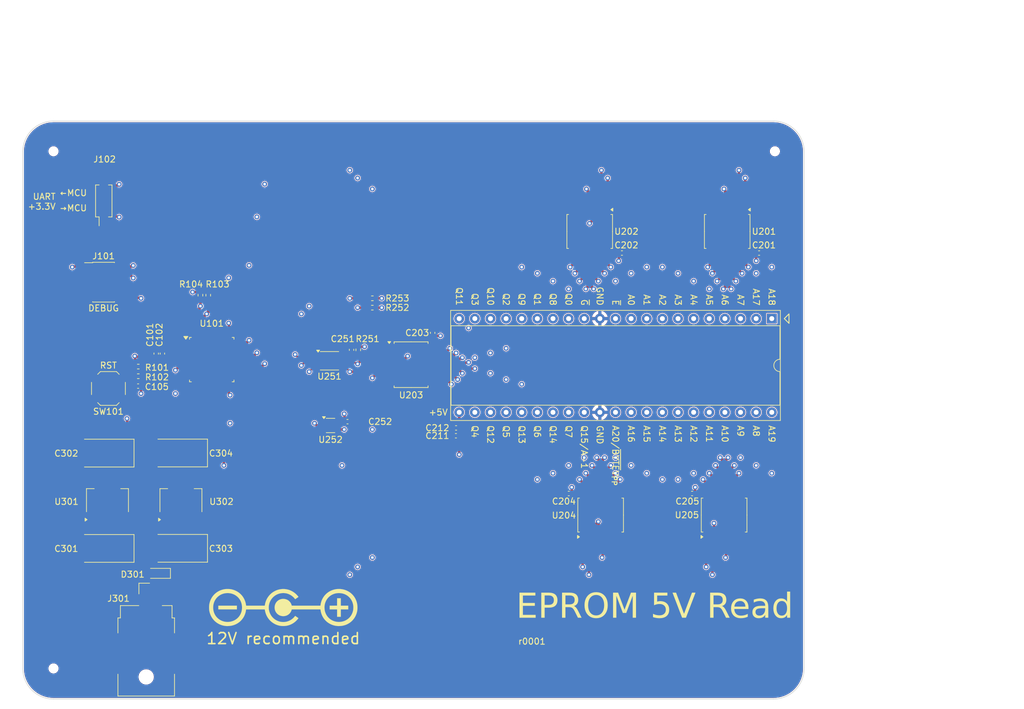
<source format=kicad_pcb>
(kicad_pcb (version 20240108) (generator "pcbnew") (generator_version "8.0")
  (layers (0 "F.Cu" power "F.Cu.Gnd") (1 "In1.Cu" mixed "In1.Cu.SigPwr") (2 "In2.Cu" mixed "In2.Cu.SigPwr") (31 "B.Cu" power "B.Cu.Gnd") (34 "B.Paste" user) (35 "F.Paste" user) (36 "B.SilkS" user "B.Silkscreen") (37 "F.SilkS" user "F.Silkscreen") (38 "B.Mask" user) (39 "F.Mask" user) (44 "Edge.Cuts" user))
  (net 0 "")
  (net 1 "/MCU/MCU Debug/~{RST}")
  (net 2 "/EPROM/+5V")
  (net 3 "/EPROM/+3.3V")
  (net 4 "/MCU/VDD")
  (net 5 "/EPROM/Q4")
  (net 6 "/MCU/UART_MCUTX")
  (net 7 "/MCU/UART_MCURX")
  (net 8 "/MCU/SWDIO")
  (net 9 "/MCU/SWCLK")
  (net 10 "/EPROM/GND")
  (net 11 "Net-(D301-K)")
  (net 12 "Net-(U301-VO)")
  (net 13 "Net-(U302-VO)")
  (net 14 "Net-(D301-A)")
  (net 19 "Net-(R102-Pad2)")
  (net 20 "/EPROM/Q3")
  (net 21 "/EPROM/Q15_A-1")
  (net 22 "/EPROM/A20_~{BYTE}V_{PP}")
  (net 23 "/EPROM/Q11")
  (net 24 "/EPROM/Q0")
  (net 25 "/EPROM/A4")
  (net 26 "/EPROM/Q14")
  (net 27 "/EPROM/Q7")
  (net 28 "/EPROM/A9")
  (net 29 "/EPROM/A19")
  (net 30 "/EPROM/A15")
  (net 31 "/EPROM/A16")
  (net 32 "/EPROM/Q13")
  (net 33 "/EPROM/A5")
  (net 34 "/EPROM/A0")
  (net 35 "/EPROM/A18")
  (net 36 "/EPROM/A14")
  (net 37 "/EPROM/A8")
  (net 38 "/EPROM/Q6")
  (net 39 "/EPROM/Q9")
  (net 40 "/EPROM/Q8")
  (net 41 "/EPROM/Q2")
  (net 42 "/EPROM/A1")
  (net 43 "/EPROM/Q10")
  (net 44 "/EPROM/Q1")
  (net 45 "/EPROM/Q5")
  (net 46 "/EPROM/A17")
  (net 47 "/EPROM/A6")
  (net 48 "/EPROM/A2")
  (net 49 "/EPROM/A3")
  (net 50 "/EPROM/A12")
  (net 51 "/EPROM/A13")
  (net 52 "/EPROM/~{G}")
  (net 53 "/EPROM/A11")
  (net 54 "/EPROM/A10")
  (net 55 "/EPROM/Q12")
  (net 56 "/EPROM/~{E}")
  (net 57 "/EPROM/A7")
  (net 58 "/EPROM/SDA_3.3V")
  (net 59 "/EPROM/SCL_3.3V")
  (net 60 "/EPROM/SCL")
  (net 61 "/EPROM/SDA")
  (net 105 "Net-(U251-EN)")
  (net 106 "/EPROM/~{RESET}")
  (net 108 "/EPROM/~{RESET}_3.3V")
  (footprint "NetTie:NetTie-2_SMD_Pad0.5mm" (layer "F.Cu") (at 75.68 99.078)
    (property "Reference" "NT302" (hide yes))
    (property "Value" "NetTie_2" (hide yes))
  )
  (footprint "Capacitor_Tantalum_SMD:CP_EIA-7343-31_Kemet-D" (layer "F.Cu") (at 58.207 99.088 180)
    (property "Reference" "C302")
    (property "Value" "47µF" (hide yes))
  )
  (footprint "Capacitor_SMD:C_0402_1005Metric" (layer "F.Cu") (at 133.272466 105.664)
    (property "Reference" "C204")
    (property "Value" "100nF" (hide yes))
  )
  (footprint "Connector_PinHeader_2.54mm:PinHeader_2x01_P2.54mm_Vertical_SMD" (layer "F.Cu") (at 57.705 58.083 90)
    (property "Reference" "J102")
    (property "Value" "UART")
  )
  (footprint "Package_TO_SOT_SMD:SOT-223-3_TabPin2" (layer "F.Cu") (at 58.298 106.782 90)
    (property "Reference" "U301")
    (property "Value" "NCP1117ST33T3G" (hide yes))
  )
  (footprint "Diode_SMD:D_MicroSMP_AK" (layer "F.Cu") (at 66.391 118.646 180)
    (property "Reference" "D301")
    (property "Value" "MSS1P3L-M3/89A" (hide yes))
  )
  (footprint "Capacitor_SMD:C_0402_1005Metric" (layer "F.Cu") (at 141.908466 66.548 180)
    (property "Reference" "C202")
    (property "Value" "100nF" (hide yes))
  )
  (footprint "NetTie:NetTie-2_SMD_Pad0.5mm" (layer "F.Cu") (at 61.51 95.516 90)
    (property "Reference" "NT301" (hide yes))
    (property "Value" "NetTie_2" (hide yes))
  )
  (footprint "Capacitor_SMD:C_0402_1005Metric" (layer "F.Cu") (at 97.31 93.98 180)
    (property "Reference" "C252")
    (property "Value" "100nF" (hide yes))
  )
  (footprint "Capacitor_SMD:C_0402_1005Metric" (layer "F.Cu") (at 153.310466 105.664)
    (property "Reference" "C205")
    (property "Value" "100nF" (hide yes))
  )
  (footprint "Capacitor_SMD:C_0402_1005Metric" (layer "F.Cu") (at 111.146466 79.53 -90)
    (property "Reference" "C203")
    (property "Value" "100nF" (hide yes))
  )
  (footprint "Package_DIP:DIP-42_W15.24mm_Socket" (layer "F.Cu") (at 166.264466 77.216 -90)
    (property "Reference" "J201" (hide yes))
    (property "Value" "Conn_02x21_Counter_Clockwise" (hide yes))
  )
  (footprint "Package_SO:SSOP-8_2.95x2.8mm_P0.65mm" (layer "F.Cu") (at 94.382466 84.074)
    (property "Reference" "U251")
    (property "Value" "PCA9306DCTR" (hide yes))
  )
  (footprint "Package_SO:SSOP-20_5.3x7.2mm_P0.65mm" (layer "F.Cu") (at 138.447466 109.164 90)
    (property "Reference" "U204")
    (property "Value" "MCP23008-E/SS")
  )
  (footprint "Package_SO:SSOP-20_5.3x7.2mm_P0.65mm" (layer "F.Cu") (at 136.669466 63.048 -90)
    (property "Reference" "U202")
    (property "Value" "MCP23008-E/SS")
  )
  (footprint "JLCPCB:JLCPCB_Mounting_Hole" (layer "F.Cu") (at 49.53 50.004)
    (property "Reference" "REF1" (hide yes))
    (property "Value" "JLCPCB_Mounting_Hole")
  )
  (footprint "Button_Switch_SMD:SW_Push_1P1T_XKB_TS-1187A" (layer "F.Cu") (at 58.455 88.579 180)
    (property "Reference" "SW101")
    (property "Value" "RST")
  )
  (footprint "Capacitor_SMD:C_0402_1005Metric" (layer "F.Cu") (at 63.281 88.197)
    (property "Reference" "C105")
    (property "Value" "100nF" (hide yes))
  )
  (footprint "Resistor_SMD:R_0402_1005Metric" (layer "F.Cu") (at 74.676 73.408 -90)
    (property "Reference" "R103")
    (property "Value" "10kΩ" (hide yes))
  )
  (footprint "Capacitor_Tantalum_SMD:CP_EIA-7343-31_Kemet-D" (layer "F.Cu") (at 58.207 114.59 180)
    (property "Reference" "C301")
    (property "Value" "47µF" (hide yes))
  )
  (footprint "Capacitor_SMD:C_0402_1005Metric" (layer "F.Cu") (at 114.956466 94.996)
    (property "Reference" "C212")
    (property "Value" "100nF" (hide yes))
  )
  (footprint "Capacitor_SMD:C_0402_1005Metric" (layer "F.Cu") (at 164.204466 66.548 180)
    (property "Reference" "C201")
    (property "Value" "100nF" (hide yes))
  )
  (footprint "Capacitor_SMD:C_0402_1005Metric" (layer "F.Cu") (at 67.231249 82.9065 90)
    (property "Reference" "C102")
    (property "Value" "100nF" (hide yes))
  )
  (footprint "JLCPCB:JLCPCB_Mounting_Hole" (layer "F.Cu") (at 49.53 134.112)
    (property "Reference" "REF3" (hide yes))
    (property "Value" "JLCPCB_Mounting_Hole")
  )
  (footprint "Capacitor_SMD:C_0402_1005Metric" (layer "F.Cu") (at 66.215249 82.9065 90)
    (property "Reference" "C101")
    (property "Value" "4.7µF" (hide yes))
  )
  (footprint "Capacitor_Tantalum_SMD:CP_EIA-7343-31_Kemet-D" (layer "F.Cu") (at 70.145 99.072 180)
    (property "Reference" "C304")
    (property "Value" "47µF" (hide yes))
  )
  (footprint "JLCPCB:JLCPCB_Mounting_Hole" (layer "F.Cu") (at 166.772466 50.004)
    (property "Reference" "REF2" (hide yes))
    (property "Value" "JLCPCB_Mounting_Hole")
  )
  (footprint "Symbol:Polarity_Center_Positive_6mm_SilkScreen" (layer "F.Cu") (at 86.868 124.206)
    (property "Reference" "REF4" (hide yes))
    (property "Value" "Polarity_Center_Positive_6mm_SilkScreen" (hide yes))
  )
  (footprint "Capacitor_SMD:C_0402_1005Metric" (layer "F.Cu") (at 114.928466 96.266)
    (property "Reference" "C211")
    (property "Value" "4.7µF" (hide yes))
  )
  (footprint "Resistor_SMD:R_0402_1005Metric" (layer "F.Cu") (at 99.06 82.296 -90)
    (property "Reference" "R251")
    (property "Value" "200kΩ" (hide yes))
  )
  (footprint "Package_SO:SSOP-20_5.3x7.2mm_P0.65mm" (layer "F.Cu") (at 107.646466 84.713)
    (property "Reference" "U203")
    (property "Value" "MCP23008-E/SS" (hide yes))
  )
  (footprint "Connector_PinHeader_1.27mm:PinHeader_2x05_P1.27mm_Vertical_SMD" (layer "F.Cu") (at 57.665 71.289)
    (property "Reference" "J101")
    (property "Value" "DEBUG")
  )
  (footprint "Package_SO:SSOP-20_5.3x7.2mm_P0.65mm" (layer "F.Cu") (at 159.021466 63.048 -90)
    (property "Reference" "U201")
    (property "Value" "MCP23008-E/SS")
  )
  (footprint "Package_TO_SOT_SMD:SOT-223-3_TabPin2" (layer "F.Cu") (at 70.236 106.782 90)
    (property "Reference" "U302")
    (property "Value" "NCP1117ST50T3G" (hide yes))
  )
  (footprint "Package_QFP:LQFP-32_7x7mm_P0.8mm" (layer "F.Cu") (at 75.2485 83.89)
    (property "Reference" "U101")
    (property "Value" "STM32G0B0CETx" (hide yes))
  )
  (footprint "Resistor_SMD:R_0402_1005Metric" (layer "F.Cu") (at 101.344 75.438 180)
    (property "Reference" "R252")
    (property "Value" "10kΩ" (hide yes))
  )
  (footprint "Capacitor_Tantalum_SMD:CP_EIA-7343-31_Kemet-D" (layer "F.Cu") (at 70.145 114.574 180)
    (property "Reference" "C303")
    (property "Value" "47µF" (hide yes))
  )
  (footprint "Connector_BarrelJack:BarrelJack_CUI_PJ-036AH-SMT_Horizontal" (layer "F.Cu") (at 64.596 128.492)
    (property "Reference" "J301")
    (property "Value" "Barrel_Jack")
  )
  (footprint "Resistor_SMD:R_0402_1005Metric" (layer "F.Cu") (at 73.406 73.404 -90)
    (property "Reference" "R104")
    (property "Value" "10kΩ" (hide yes))
  )
  (footprint "Package_SO:SSOP-20_5.3x7.2mm_P0.65mm" (layer "F.Cu") (at 158.513466 109.164 90)
    (property "Reference" "U205")
    (property "Value" "MCP23008-E/SS")
  )
  (footprint "Resistor_SMD:R_0402_1005Metric" (layer "F.Cu") (at 101.348 73.914 180)
    (property "Reference" "R253")
    (property "Value" "10kΩ" (hide yes))
  )
  (footprint "NetTie:NetTie-2_SMD_Pad0.5mm" (layer "F.Cu") (at 64.691249 83.4145)
    (property "Reference" "NT101" (hide yes))
    (property "Value" "NetTie_2" (hide yes))
  )
  (footprint "Package_TO_SOT_SMD:SOT-353_SC-70-5" (layer "F.Cu") (at 94.554 94.6)
    (property "Reference" "U252")
    (property "Value" "SN74LV1T34DCK" (hide yes))
  )
  (footprint "Capacitor_SMD:C_0402_1005Metric" (layer "F.Cu") (at 97.966466 82.296 -90)
    (property "Reference" "C251")
    (property "Value" "100nF" (hide yes))
  )
  (footprint "Resistor_SMD:R_0402_1005Metric" (layer "F.Cu") (at 63.307 85.021 180)
    (property "Reference" "R101")
    (property "Value" "2.2kΩ" (hide yes))
  )
  (footprint "Resistor_SMD:R_0402_1005Metric" (layer "F.Cu") (at 63.307 86.587 180)
    (property "Reference" "R102")
    (property "Value" "330Ω" (hide yes))
  )
  (gr_poly (pts (xy 168.296466 77.216) (xy 169.058466 76.454) (xy 169.058466 77.978)) (stroke (width 0.15)) (fill none) (layer "F.SilkS"))
  (gr_line (start 49.532 139.092) (end 166.531996 139.092) (stroke (width 0.1)) (layer "Edge.Cuts"))
  (gr_line (start 166.531996 45.092) (end 49.532 45.092) (stroke (width 0.1)) (layer "Edge.Cuts"))
  (gr_line (start 44.532 50.092) (end 44.532 134.092) (stroke (width 0.1)) (layer "Edge.Cuts"))
  (gr_arc (start 49.532 139.092) (mid 45.996466 137.627534) (end 44.532 134.092) (stroke (width 0.1)) (layer "Edge.Cuts"))
  (gr_arc (start 171.531996 134.092) (mid 170.06753 137.627534) (end 166.531996 139.092) (stroke (width 0.1)) (layer "Edge.Cuts"))
  (gr_line (start 171.531996 134.092) (end 171.531996 50.092) (stroke (width 0.1)) (layer "Edge.Cuts"))
  (gr_arc (start 166.531996 45.092) (mid 170.067532 46.556465) (end 171.531996 50.092) (stroke (width 0.1)) (layer "Edge.Cuts"))
  (gr_arc (start 44.532 50.092) (mid 45.996466 46.556466) (end 49.532 45.092) (stroke (width 0.1)) (layer "Edge.Cuts"))
  (gr_text "A3" (at 151.024466 75.184 270) (layer "F.SilkS") (effects (font (size 1 1)) (justify right)))
  (gr_text "12V recommended" (at 86.868 130.302 0) (layer "F.SilkS") (effects (font (size 1.8 1.8) (thickness 0.25)) (justify bottom)))
  (gr_text "Q6" (at 128.164466 94.488 270) (layer "F.SilkS") (effects (font (size 1 1)) (justify left)))
  (gr_text "Q0" (at 133.244466 75.184 270) (layer "F.SilkS") (effects (font (size 1 1)) (justify right)))
  (gr_text "A8" (at 163.724466 94.488 270) (layer "F.SilkS") (effects (font (size 1 1)) (justify left)))
  (gr_text "A9" (at 161.184466 94.488 270) (layer "F.SilkS") (effects (font (size 1 1)) (justify left)))
  (gr_text "Q12" (at 120.544466 94.488 270) (layer "F.SilkS") (effects (font (size 1 1)) (justify left)))
  (gr_text "A10" (at 158.644466 94.488 270) (layer "F.SilkS") (effects (font (size 1 1)) (justify left)))
  (gr_text "A2" (at 148.484466 75.184 270) (layer "F.SilkS") (effects (font (size 1 1)) (justify right)))
  (gr_text "Q5" (at 123.084466 94.488 270) (layer "F.SilkS") (effects (font (size 1 1)) (justify left)))
  (gr_text "Q7" (at 133.244466 94.488 270) (layer "F.SilkS") (effects (font (size 1 1)) (justify left)))
  (gr_text "GND" (at 138.324466 94.488 270) (layer "F.SilkS") (effects (font (size 1 1)) (justify left)))
  (gr_text "A0" (at 143.404466 75.184 270) (layer "F.SilkS") (effects (font (size 1 1)) (justify right)))
  (gr_text "Q2" (at 123.084466 75.184 270) (layer "F.SilkS") (effects (font (size 1 1)) (justify right)))
  (gr_text "A16" (at 143.404466 94.488 270) (layer "F.SilkS") (effects (font (size 1 1)) (justify left)))
  (gr_text "Q13" (at 125.624466 94.488 270) (layer "F.SilkS") (effects (font (size 1 1)) (justify left)))
  (gr_text "A7" (at 161.184466 75.184 270) (layer "F.SilkS") (effects (font (size 1 1)) (justify right)))
  (gr_text "Q3" (at 118.004466 75.184 270) (layer "F.SilkS") (effects (font (size 1 1)) (justify right)))
  (gr_text "Q10" (at 120.544466 75.184 270) (layer "F.SilkS") (effects (font (size 1 1)) (justify right)))
  (gr_text "Q4" (at 118.004466 94.488 270) (layer "F.SilkS") (effects (font (size 1 1)) (justify left)))
  (gr_text "A11" (at 156.104466 94.488 270) (layer "F.SilkS") (effects (font (size 1 1)) (justify left)))
  (gr_text "A6" (at 158.644466 75.184 270) (layer "F.SilkS") (effects (font (size 1 1)) (justify right)))
  (gr_text "A15" (at 145.944466 94.488 270) (layer "F.SilkS") (effects (font (size 1 1)) (justify left)))
  (gr_text "A18" (at 166.264466 75.184 -90) (layer "F.SilkS") (effects (font (size 1 1)) (justify right)))
  (gr_text "Q9" (at 125.624466 75.184 270) (layer "F.SilkS") (effects (font (size 1 1)) (justify right)))
  (gr_text "+5V" (at 113.686466 92.456 0) (layer "F.SilkS") (effects (font (size 1 1)) (justify right)))
  (gr_text "A19" (at 166.264466 94.488 270) (layer "F.SilkS") (effects (font (size 1 1)) (justify left)))
  (gr_text "←MCU" (at 55.038 57.362 0) (layer "F.SilkS") (effects (font (size 1 1)) (justify right bottom)))
  (gr_text "Q8" (at 130.704466 75.184 270) (layer "F.SilkS") (effects (font (size 1 1)) (justify right)))
  (gr_text "A14" (at 148.484466 94.488 270) (layer "F.SilkS") (effects (font (size 1 1)) (justify left)))
  (gr_text "A5" (at 156.104466 75.184 270) (layer "F.SilkS") (effects (font (size 1 1)) (justify right)))
  (gr_text "Q11" (at 115.464466 75.184 270) (layer "F.SilkS") (effects (font (size 1 1)) (justify right)))
  (gr_text "~{E}" (at 140.864466 75.184 270) (layer "F.SilkS") (effects (font (size 1 1)) (justify right)))
  (gr_text "Q15/A-1" (at 135.784466 94.488 270) (layer "F.SilkS") (effects (font (size 1 1)) (justify left)))
  (gr_text "A17" (at 163.724466 75.184 270) (layer "F.SilkS") (effects (font (size 1 1)) (justify right)))
  (gr_text "Q1" (at 128.164466 75.184 270) (layer "F.SilkS") (effects (font (size 1 1)) (justify right)))
  (gr_text "GND" (at 138.324466 75.184 270) (layer "F.SilkS") (effects (font (size 1 1)) (justify right)))
  (gr_text "Q14" (at 130.704466 94.488 270) (layer "F.SilkS") (effects (font (size 1 1)) (justify left)))
  (gr_text "UART\n+3.3V" (at 49.958 59.568 0) (layer "F.SilkS") (effects (font (size 1 1)) (justify right bottom)))
  (gr_text "A4" (at 153.564466 75.184 270) (layer "F.SilkS") (effects (font (size 1 1)) (justify right)))
  (gr_text "A20/~{BYTE}V_{PP}" (at 140.864466 94.488 270) (layer "F.SilkS") (effects (font (size 1 1)) (justify left)))
  (gr_text "A1" (at 145.944466 75.184 270) (layer "F.SilkS") (effects (font (size 1 1)) (justify right)))
  (gr_text "A12" (at 153.564466 94.488 270) (layer "F.SilkS") (effects (font (size 1 1)) (justify left)))
  (gr_text "→MCU" (at 55.038 59.822 0) (layer "F.SilkS") (effects (font (size 1 1)) (justify right bottom)))
  (gr_text "A13" (at 151.024466 94.488 270) (layer "F.SilkS") (effects (font (size 1 1)) (justify left)))
  (gr_text "EPROM 5V Read" (at 124.714 124.206 0) (layer "F.SilkS") (effects (font (size 4 4)) (justify left)))
  (gr_text "r0001" (at 124.968 130.302 0) (layer "F.SilkS") (effects (font (size 1 1)) (justify left bottom)))
  (gr_text "~{G}" (at 135.784466 75.184 270) (layer "F.SilkS") (effects (font (size 1 1)) (justify right)))
  (segment (start 69.85 85.09) (end 69.342 85.598) (width 0.4) (layer "F.Cu") (net 1))
  (segment (start 63.761 88.197) (end 63.761 85.077) (width 0.4) (layer "F.Cu") (net 1))
  (segment (start 63.669 73.829) (end 59.615 73.829) (width 0.4) (layer "F.Cu") (net 1))
  (segment (start 71.0735 85.09) (end 69.85 85.09) (width 0.4) (layer "F.Cu") (net 1))
  (segment (start 63.754 73.914) (end 63.669 73.829) (width 0.4) (layer "F.Cu") (net 1))
  (segment (start 63.761 88.197) (end 63.761 89.401) (width 0.4) (layer "F.Cu") (net 1))
  (segment (start 63.761 89.401) (end 63.754 89.408) (width 0.4) (layer "F.Cu") (net 1))
  (via (at 69.342 85.598) (size 0.8) (drill 0.4) (layers "F.Cu" "B.Cu") (net 1))
  (via (at 63.754 73.914) (size 0.8) (drill 0.4) (layers "F.Cu" "B.Cu") (net 1))
  (via (at 69.342 89.408) (size 0.8) (drill 0.4) (layers "F.Cu" "B.Cu") (net 1))
  (via (at 63.754 89.408) (size 0.8) (drill 0.4) (layers "F.Cu" "B.Cu") (net 1))
  (segment (start 163.724466 66.548) (end 163.724466 67.818) (width 0.4) (layer "F.Cu") (net 2))
  (segment (start 137.472466 112.664) (end 137.472466 110.834) (width 0.4) (layer "F.Cu") (net 2))
  (segment (start 111.146466 80.01) (end 112.416466 80.01) (width 0.4) (layer "F.Cu") (net 2))
  (segment (start 156.888466 112.664) (end 156.888466 110.512) (width 0.4) (layer "F.Cu") (net 2))
  (segment (start 99.06 81.786) (end 100.074 81.786) (width 0.4) (layer "F.Cu") (net 2))
  (segment (start 138.122466 112.664) (end 138.122466 110.288) (width 0.4) (layer "F.Cu") (net 2))
  (segment (start 153.790466 104.676) (end 153.818466 104.648) (width 0.4) (layer "F.Cu") (net 2))
  (segment (start 138.122466 110.288) (end 138.070466 110.236) (width 0.4) (layer "F.Cu") (net 2))
  (segment (start 156.963466 110.587) (end 156.866466 110.49) (width 0.4) (layer "F.Cu") (net 2))
  (segment (start 106.656466 83.738) (end 107.082466 83.312) (width 0.4) (layer "F.Cu") (net 2))
  (segment (start 95.504 93.95) (end 96.8 93.95) (width 0.4) (layer "F.Cu") (net 2))
  (segment (start 101.858 73.914) (end 102.87 73.914) (width 0.4) (layer "F.Cu") (net 2))
  (segment (start 133.752466 105.664) (end 133.752466 104.648) (width 0.4) (layer "F.Cu") (net 2))
  (segment (start 161.946466 66.548) (end 163.724466 66.548) (width 0.4) (layer "F.Cu") (net 2))
  (segment (start 76.19 99.072) (end 76.196 99.078) (width 0.4) (layer "F.Cu") (net 2))
  (segment (start 133.752466 105.664) (end 135.522466 105.664) (width 0.4) (layer "F.Cu") (net 2))
  (segment (start 141.428466 66.548) (end 141.428466 67.762) (width 0.4) (layer "F.Cu") (net 2))
  (segment (start 139.594466 66.548) (end 141.428466 66.548) (width 0.4) (layer "F.Cu") (net 2))
  (segment (start 101.854 75.438) (end 102.87 75.438) (width 0.4) (layer "F.Cu") (net 2))
  (segment (start 76.18 99.078) (end 77.216 100.114) (width 0.4) (layer "F.Cu") (net 2))
  (segment (start 153.790466 105.664) (end 153.790466 104.676) (width 0.4) (layer "F.Cu") (net 2))
  (segment (start 115.464466 92.456) (end 115.464466 99.326) (width 0.4) (layer "F.Cu") (net 2))
  (segment (start 156.888466 110.512) (end 156.866466 110.49) (width 0.4) (layer "F.Cu") (net 2))
  (segment (start 136.994466 61.379534) (end 136.652 61.722) (width 0.4) (layer "F.Cu") (net 2))
  (segment (start 100.074 81.786) (end 100.076 81.788) (width 0.4) (layer "F.Cu") (net 2))
  (segment (start 104.146466 83.738) (end 106.656466 83.738) (width 0.4) (layer "F.Cu") (net 2))
  (segment (start 111.146466 81.788) (end 111.146466 80.01) (width 0.4) (layer "F.Cu") (net 2))
  (segment (start 77.216 100.114) (end 77.216 101.092) (width 0.4) (layer "F.Cu") (net 2))
  (segment (start 136.994466 59.548) (end 136.994466 61.379534) (width 0.4) (layer "F.Cu") (net 2))
  (segment (start 155.588466 105.664) (end 153.790466 105.664) (width 0.4) (layer "F.Cu") (net 2))
  (segment (start 141.428466 67.762) (end 141.372466 67.818) (width 0.4) (layer "F.Cu") (net 2))
  (segment (start 96.83 93.98) (end 96.83 92.766) (width 0.4) (layer "F.Cu") (net 2))
  (segment (start 137.472466 110.834) (end 138.070466 110.236) (width 0.4) (layer "F.Cu") (net 2))
  (via (at 100.076 81.788) (size 0.8) (drill 0.4) (layers "F.Cu" "B.Cu") (net 2))
  (via (at 96.414466 101.092) (size 0.8) (drill 0.4) (layers "F.Cu" "B.Cu") (net 2))
  (via (at 141.372466 67.818) (size 0.8) (drill 0.4) (layers "F.Cu" "B.Cu") (net 2))
  (via (at 163.724466 67.818) (size 0.8) (drill 0.4) (layers "F.Cu" "B.Cu") (net 2))
  (via (at 115.464466 99.326) (size 0.8) (drill 0.4) (layers "F.Cu" "B.Cu") (net 2))
  (via (at 136.652 61.722) (size 0.8) (drill 0.4) (layers "F.Cu" "B.Cu") (net 2))
  (via (at 153.818466 104.648) (size 0.8) (drill 0.4) (layers "F.Cu" "B.Cu") (net 2))
  (via (at 138.070466 110.236) (size 0.8) (drill 0.4) (layers "F.Cu" "B.Cu") (net 2))
  (via (at 77.216 101.092) (size 0.8) (drill 0.4) (layers "F.Cu" "B.Cu") (net 2))
  (via (at 96.774 92.71) (size 0.8) (drill 0.4) (layers "F.Cu" "B.Cu") (net 2))
  (via (at 102.87 75.438) (size 0.8) (drill 0.4) (layers "F.Cu" "B.Cu") (net 2))
  (via (at 156.866466 110.49) (size 0.8) (drill 0.4) (layers "F.Cu" "B.Cu") (net 2))
  (via (at 133.752466 104.648) (size 0.8) (drill 0.4) (layers "F.Cu" "B.Cu") (net 2))
  (via (at 112.416466 80.01) (size 0.8) (drill 0.4) (layers "F.Cu" "B.Cu") (net 2))
  (via (at 107.082466 83.312) (size 0.8) (drill 0.4) (layers "F.Cu" "B.Cu") (net 2))
  (via (at 102.87 73.914) (size 0.8) (drill 0.4) (layers "F.Cu" "B.Cu") (net 2))
  (segment (start 64.191249 83.4145) (end 62.8405 83.4145) (width 0.4) (layer "F.Cu") (net 3))
  (segment (start 62.797 85.021) (end 62.797 83.371) (width 0.4) (layer "F.Cu") (net 3))
  (segment (start 61.51 95.016) (end 61.51 93.514) (width 0.4) (layer "F.Cu") (net 3))
  (segment (start 74.676 72.898) (end 72.136 72.898) (width 0.4) (layer "F.Cu") (net 3))
  (segment (start 52.663 68.749) (end 52.578 68.834) (width 0.4) (layer "F.Cu") (net 3))
  (segment (start 89.485466 83.749) (end 88.794466 83.058) (width 0.3) (layer "F.Cu") (net 3))
  (segment (start 62.797 83.371) (end 62.738 83.312) (width 0.4) (layer "F.Cu") (net 3))
  (segment (start 62.8405 83.4145) (end 62.738 83.312) (width 0.4) (layer "F.Cu") (net 3))
  (segment (start 61.51 93.514) (end 61.468 93.472) (width 0.4) (layer "F.Cu") (net 3))
  (segment (start 55.715 68.749) (end 52.663 68.749) (width 0.4) (layer "F.Cu") (net 3))
  (segment (start 92.682466 83.749) (end 89.485466 83.749) (width 0.3) (layer "F.Cu") (net 3))
  (via (at 52.578 68.834) (size 0.8) (drill 0.4) (layers "F.Cu" "B.Cu") (net 3))
  (via (at 62.738 83.312) (size 0.8) (drill 0.4) (layers "F.Cu" "B.Cu") (net 3))
  (via (at 88.794466 83.058) (size 0.8) (drill 0.4) (layers "F.Cu" "B.Cu") (net 3))
  (via (at 61.468 93.472) (size 0.8) (drill 0.4) (layers "F.Cu" "B.Cu") (net 3))
  (via (at 72.136 72.898) (size 0.8) (drill 0.4) (layers "F.Cu" "B.Cu") (net 3))
  (segment (start 71.0735 83.49) (end 67.334749 83.49) (width 0.4) (layer "F.Cu") (net 4))
  (segment (start 67.334749 83.49) (end 67.231249 83.3865) (width 0.4) (layer "F.Cu") (net 4))
  (segment (start 67.231249 83.3865) (end 65.219249 83.3865) (width 0.3) (layer "F.Cu") (net 4))
  (segment (start 116.976332 85.344) (end 118.004466 85.344) (width 0.4) (layer "F.Cu") (net 5))
  (segment (start 111.146466 85.038) (end 116.670332 85.038) (width 0.4) (layer "F.Cu") (net 5))
  (segment (start 116.670332 85.038) (end 116.976332 85.344) (width 0.4) (layer "F.Cu") (net 5))
  (via (at 118.004466 85.344) (size 0.8) (drill 0.4) (layers "F.Cu" "B.Cu") (net 5))
  (segment (start 83.312 85.09) (end 83.8485 84.5535) (width 0.4) (layer "F.Cu") (net 6))
  (segment (start 57.705 55.558) (end 60.012 55.558) (width 0.4) (layer "F.Cu") (net 6))
  (segment (start 79.4235 85.09) (end 83.312 85.09) (width 0.4) (layer "F.Cu") (net 6))
  (segment (start 60.012 55.558) (end 60.198 55.372) (width 0.4) (layer "F.Cu") (net 6))
  (via (at 83.8485 55.3435) (size 0.8) (drill 0.4) (layers "F.Cu" "B.Cu") (net 6))
  (via (at 60.198 55.372) (size 0.8) (drill 0.4) (layers "F.Cu" "B.Cu") (net 6))
  (via (at 83.8485 84.5535) (size 0.8) (drill 0.4) (layers "F.Cu" "B.Cu") (net 6))
  (segment (start 60.1 60.608) (end 60.198 60.706) (width 0.4) (layer "F.Cu") (net 7))
  (segment (start 57.705 60.608) (end 60.1 60.608) (width 0.4) (layer "F.Cu") (net 7))
  (segment (start 81.864 83.49) (end 82.5785 82.7755) (width 0.4) (layer "F.Cu") (net 7))
  (segment (start 79.4235 83.49) (end 81.864 83.49) (width 0.4) (layer "F.Cu") (net 7))
  (via (at 82.5785 82.7755) (size 0.8) (drill 0.4) (layers "F.Cu" "B.Cu") (net 7))
  (via (at 60.198 60.706) (size 0.8) (drill 0.4) (layers "F.Cu" "B.Cu") (net 7))
  (via (at 82.5785 60.6775) (size 0.8) (drill 0.4) (layers "F.Cu" "B.Cu") (net 7))
  (segment (start 59.615 68.749) (end 62.315 68.749) (width 0.4) (layer "F.Cu") (net 8))
  (segment (start 62.315 68.749) (end 62.484 68.58) (width 0.4) (layer "F.Cu") (net 8))
  (segment (start 79.4235 81.09) (end 80.962 81.09) (width 0.4) (layer "F.Cu") (net 8))
  (segment (start 80.962 81.09) (end 81.3085 80.7435) (width 0.4) (layer "F.Cu") (net 8))
  (via (at 62.484 68.58) (size 0.8) (drill 0.4) (layers "F.Cu" "B.Cu") (net 8))
  (via (at 81.3085 68.5515) (size 0.8) (drill 0.4) (layers "F.Cu" "B.Cu") (net 8))
  (via (at 81.3085 80.7435) (size 0.8) (drill 0.4) (layers "F.Cu" "B.Cu") (net 8))
  (segment (start 61.891 70.019) (end 62.484 70.612) (width 0.4) (layer "F.Cu") (net 9))
  (segment (start 78.0485 79.715) (end 78.0485 77.9915) (width 0.4) (layer "F.Cu") (net 9))
  (segment (start 78.0485 77.9915) (end 78.0065 77.9495) (width 0.4) (layer "F.Cu") (net 9))
  (segment (start 59.615 70.019) (end 61.891 70.019) (width 0.4) (layer "F.Cu") (net 9))
  (via (at 62.484 70.612) (size 0.8) (drill 0.4) (layers "F.Cu" "B.Cu") (net 9))
  (via (at 78.0065 70.5835) (size 0.8) (drill 0.4) (layers "F.Cu" "B.Cu") (net 9))
  (via (at 78.0065 77.9495) (size 0.8) (drill 0.4) (layers "F.Cu" "B.Cu") (net 9))
  (segment (start 73.2575 110.6535) (end 72.536 109.932) (width 0.4) (layer "F.Cu") (net 11))
  (segment (start 67.271 118.646) (end 69.1855 118.646) (width 0.4) (layer "F.Cu") (net 11))
  (segment (start 67.271 118.646) (end 63.215 114.59) (width 0.4) (layer "F.Cu") (net 11))
  (segment (start 69.1855 118.646) (end 73.2575 114.574) (width 0.4) (layer "F.Cu") (net 11))
  (segment (start 61.3195 114.59) (end 61.3195 110.6535) (width 0.4) (layer "F.Cu") (net 11))
  (segment (start 61.3195 110.6535) (end 60.598 109.932) (width 0.4) (layer "F.Cu") (net 11))
  (segment (start 63.215 114.59) (end 61.3195 114.59) (width 0.4) (layer "F.Cu") (net 11))
  (segment (start 73.2575 114.574) (end 73.2575 110.6535) (width 0.4) (layer "F.Cu") (net 11))
  (segment (start 61.3195 96.2065) (end 61.51 96.016) (width 0.4) (layer "F.Cu") (net 12))
  (segment (start 58.298 103.632) (end 58.298 102.1095) (width 0.4) (layer "F.Cu") (net 12))
  (segment (start 58.298 109.932) (end 58.298 103.632) (width 0.4) (layer "F.Cu") (net 12))
  (segment (start 61.3195 99.088) (end 61.3195 96.2065) (width 0.4) (layer "F.Cu") (net 12))
  (segment (start 58.298 102.1095) (end 61.3195 99.088) (width 0.4) (layer "F.Cu") (net 12))
  (segment (start 75.174 99.072) (end 75.18 99.078) (width 0.4) (layer "F.Cu") (net 13))
  (segment (start 73.2575 99.072) (end 75.174 99.072) (width 0.4) (layer "F.Cu") (net 13))
  (segment (start 70.236 102.0935) (end 73.2575 99.072) (width 0.4) (layer "F.Cu") (net 13))
  (segment (start 70.236 103.632) (end 70.236 102.0935) (width 0.4) (layer "F.Cu") (net 13))
  (segment (start 70.236 109.932) (end 70.236 103.632) (width 0.4) (layer "F.Cu") (net 13))
  (segment (start 65.296 122.692) (end 65.296 118.721) (width 0.4) (layer "F.Cu") (net 14))
  (segment (start 62.797 86.587) (end 55.572 86.587) (width 0.4) (layer "F.Cu") (net 19))
  (segment (start 115.800466 83.738) (end 115.972466 83.566) (width 0.4) (layer "F.Cu") (net 20))
  (segment (start 111.146466 83.738) (end 115.800466 83.738) (width 0.4) (layer "F.Cu") (net 20))
  (via (at 115.972466 83.566) (size 0.8) (drill 0.4) (layers "F.Cu" "B.Cu") (net 20))
  (via (at 118.004466 83.566) (size 0.8) (drill 0.4) (layers "F.Cu" "B.Cu") (net 20))
  (segment (start 138.122466 100.128) (end 137.816466 99.822) (width 0.4) (layer "F.Cu") (net 21))
  (segment (start 138.122466 105.664) (end 138.122466 100.128) (width 0.4) (layer "F.Cu") (net 21))
  (via (at 135.784466 99.822) (size 0.8) (drill 0.4) (layers "F.Cu" "B.Cu") (net 21))
  (via (at 137.816466 99.822) (size 0.8) (drill 0.4) (layers "F.Cu" "B.Cu") (net 21))
  (segment (start 138.797466 105.639) (end 138.797466 100.111) (width 0.4) (layer "F.Cu") (net 22))
  (segment (start 138.772466 105.664) (end 138.797466 105.639) (width 0.4) (layer "F.Cu") (net 22))
  (segment (start 138.797466 100.111) (end 139.086466 99.822) (width 0.4) (layer "F.Cu") (net 22))
  (via (at 140.864466 99.822) (size 0.8) (drill 0.4) (layers "F.Cu" "B.Cu") (net 22))
  (via (at 139.086466 99.822) (size 0.8) (drill 0.4) (layers "F.Cu" "B.Cu") (net 22))
  (segment (start 116.928466 84.388) (end 116.988466 84.328) (width 0.4) (layer "F.Cu") (net 23))
  (segment (start 111.146466 84.388) (end 116.928466 84.388) (width 0.4) (layer "F.Cu") (net 23))
  (via (at 116.988466 84.328) (size 0.8) (drill 0.4) (layers "F.Cu" "B.Cu") (net 23))
  (via (at 116.988466 78.74) (size 0.8) (drill 0.4) (layers "F.Cu" "B.Cu") (net 23))
  (segment (start 136.352466 66.548) (end 136.327466 66.573) (width 0.4) (layer "F.Cu") (net 24))
  (segment (start 136.327466 66.573) (end 136.327466 72.101) (width 0.4) (layer "F.Cu") (net 24))
  (segment (start 136.327466 72.101) (end 136.038466 72.39) (width 0.4) (layer "F.Cu") (net 24))
  (via (at 133.244466 72.39) (size 0.8) (drill 0.4) (layers "F.Cu" "B.Cu") (net 24))
  (via (at 136.038466 72.39) (size 0.8) (drill 0.4) (layers "F.Cu" "B.Cu") (net 24))
  (segment (start 158.054466 70.44) (end 157.374466 71.12) (width 0.4) (layer "F.Cu") (net 25))
  (segment (start 158.054466 66.548) (end 158.054466 70.44) (width 0.4) (layer "F.Cu") (net 25))
  (via (at 153.564466 71.12) (size 0.8) (drill 0.4) (layers "F.Cu" "B.Cu") (net 25))
  (via (at 157.374466 71.12) (size 0.8) (drill 0.4) (layers "F.Cu" "B.Cu") (net 25))
  (segment (start 136.822466 103.146) (end 136.038466 102.362) (width 0.4) (layer "F.Cu") (net 26))
  (segment (start 136.822466 105.664) (end 136.822466 103.146) (width 0.4) (layer "F.Cu") (net 26))
  (via (at 136.038466 102.362) (size 0.8) (drill 0.4) (layers "F.Cu" "B.Cu") (net 26))
  (via (at 130.704466 102.362) (size 0.8) (drill 0.4) (layers "F.Cu" "B.Cu") (net 26))
  (segment (start 137.472466 105.664) (end 137.472466 101.51) (width 0.4) (layer "F.Cu") (net 27))
  (segment (start 137.472466 101.51) (end 137.054466 101.092) (width 0.4) (layer "F.Cu") (net 27))
  (via (at 133.244466 101.092) (size 0.8) (drill 0.4) (layers "F.Cu" "B.Cu") (net 27))
  (via (at 137.054466 101.092) (size 0.8) (drill 0.4) (layers "F.Cu" "B.Cu") (net 27))
  (segment (start 158.863466 100.111) (end 159.152466 99.822) (width 0.4) (layer "F.Cu") (net 28))
  (segment (start 158.838466 105.664) (end 158.863466 105.639) (width 0.4) (layer "F.Cu") (net 28))
  (segment (start 158.863466 105.639) (end 158.863466 100.111) (width 0.4) (layer "F.Cu") (net 28))
  (via (at 161.184466 99.822) (size 0.8) (drill 0.4) (layers "F.Cu" "B.Cu") (net 28))
  (via (at 159.152466 99.822) (size 0.8) (drill 0.4) (layers "F.Cu" "B.Cu") (net 28))
  (segment (start 160.138466 105.664) (end 160.138466 103.154) (width 0.4) (layer "F.Cu") (net 29))
  (segment (start 160.138466 103.154) (end 160.930466 102.362) (width 0.4) (layer "F.Cu") (net 29))
  (via (at 166.264466 102.362) (size 0.8) (drill 0.4) (layers "F.Cu" "B.Cu") (net 29))
  (via (at 160.930466 102.362) (size 0.8) (drill 0.4) (layers "F.Cu" "B.Cu") (net 29))
  (segment (start 140.072466 103.154) (end 140.864466 102.362) (width 0.4) (layer "F.Cu") (net 30))
  (segment (start 140.072466 105.664) (end 140.072466 103.154) (width 0.4) (layer "F.Cu") (net 30))
  (via (at 140.864466 102.362) (size 0.8) (drill 0.4) (layers "F.Cu" "B.Cu") (net 30))
  (via (at 145.944466 102.362) (size 0.8) (drill 0.4) (layers "F.Cu" "B.Cu") (net 30))
  (segment (start 139.422466 105.664) (end 139.422466 101.772) (width 0.4) (layer "F.Cu") (net 31))
  (segment (start 139.422466 101.772) (end 140.102466 101.092) (width 0.4) (layer "F.Cu") (net 31))
  (via (at 140.102466 101.092) (size 0.8) (drill 0.4) (layers "F.Cu" "B.Cu") (net 31))
  (via (at 143.404466 101.092) (size 0.8) (drill 0.4) (layers "F.Cu" "B.Cu") (net 31))
  (segment (start 113.298466 86.988) (end 114.194466 87.884) (width 0.4) (layer "F.Cu") (net 32))
  (segment (start 111.146466 86.988) (end 113.298466 86.988) (width 0.4) (layer "F.Cu") (net 32))
  (via (at 125.624466 87.884) (size 0.8) (drill 0.4) (layers "F.Cu" "B.Cu") (net 32))
  (via (at 114.194466 87.884) (size 0.8) (drill 0.4) (layers "F.Cu" "B.Cu") (net 32))
  (segment (start 158.679466 72.101) (end 158.390466 72.39) (width 0.4) (layer "F.Cu") (net 33))
  (segment (start 158.679466 66.573) (end 158.679466 72.101) (width 0.4) (layer "F.Cu") (net 33))
  (segment (start 158.704466 66.548) (end 158.679466 66.573) (width 0.4) (layer "F.Cu") (net 33))
  (via (at 156.104466 72.39) (size 0.8) (drill 0.4) (layers "F.Cu" "B.Cu") (net 33))
  (via (at 158.390466 72.39) (size 0.8) (drill 0.4) (layers "F.Cu" "B.Cu") (net 33))
  (segment (start 138.302466 69.066) (end 139.086466 69.85) (width 0.4) (layer "F.Cu") (net 34))
  (segment (start 138.302466 66.548) (end 138.302466 69.066) (width 0.4) (layer "F.Cu") (net 34))
  (via (at 143.404466 69.85) (size 0.8) (drill 0.4) (layers "F.Cu" "B.Cu") (net 34))
  (via (at 139.086466 69.85) (size 0.8) (drill 0.4) (layers "F.Cu" "B.Cu") (net 34))
  (segment (start 161.304466 67.684) (end 162.454466 68.834) (width 0.4) (layer "F.Cu") (net 35))
  (segment (start 161.304466 66.548) (end 161.304466 67.684) (width 0.4) (layer "F.Cu") (net 35))
  (via (at 162.454466 68.834) (size 0.8) (drill 0.4) (layers "F.Cu" "B.Cu") (net 35))
  (via (at 166.264466 68.834) (size 0.8) (drill 0.4) (layers "F.Cu" "B.Cu") (net 35))
  (segment (start 140.722466 104.282) (end 141.626466 103.378) (width 0.4) (layer "F.Cu") (net 36))
  (segment (start 140.722466 105.664) (end 140.722466 104.282) (width 0.4) (layer "F.Cu") (net 36))
  (via (at 148.484466 103.378) (size 0.8) (drill 0.4) (layers "F.Cu" "B.Cu") (net 36))
  (via (at 141.626466 103.378) (size 0.8) (drill 0.4) (layers "F.Cu" "B.Cu") (net 36))
  (segment (start 159.488466 105.664) (end 159.488466 101.772) (width 0.4) (layer "F.Cu") (net 37))
  (segment (start 159.488466 101.772) (end 160.168466 101.092) (width 0.4) (layer "F.Cu") (net 37))
  (via (at 160.168466 101.092) (size 0.8) (drill 0.4) (layers "F.Cu" "B.Cu") (net 37))
  (via (at 163.724466 101.092) (size 0.8) (drill 0.4) (layers "F.Cu" "B.Cu") (net 37))
  (segment (start 136.172466 105.664) (end 136.172466 104.528) (width 0.4) (layer "F.Cu") (net 38))
  (segment (start 136.172466 104.528) (end 135.022466 103.378) (width 0.4) (layer "F.Cu") (net 38))
  (via (at 135.022466 103.378) (size 0.8) (drill 0.4) (layers "F.Cu" "B.Cu") (net 38))
  (via (at 128.164466 103.378) (size 0.8) (drill 0.4) (layers "F.Cu" "B.Cu") (net 38))
  (segment (start 134.402466 67.93) (end 133.498466 68.834) (width 0.4) (layer "F.Cu") (net 39))
  (segment (start 134.402466 66.548) (end 134.402466 67.93) (width 0.4) (layer "F.Cu") (net 39))
  (via (at 133.498466 68.834) (size 0.8) (drill 0.4) (layers "F.Cu" "B.Cu") (net 39))
  (via (at 125.624466 68.834) (size 0.8) (drill 0.4) (layers "F.Cu" "B.Cu") (net 39))
  (segment (start 135.702466 70.44) (end 135.022466 71.12) (width 0.4) (layer "F.Cu") (net 40))
  (segment (start 135.702466 66.548) (end 135.702466 70.44) (width 0.4) (layer "F.Cu") (net 40))
  (via (at 130.704466 71.12) (size 0.8) (drill 0.4) (layers "F.Cu" "B.Cu") (net 40))
  (via (at 135.022466 71.12) (size 0.8) (drill 0.4) (layers "F.Cu" "B.Cu") (net 40))
  (segment (start 113.544466 82.438) (end 113.940466 82.042) (width 0.4) (layer "F.Cu") (net 41))
  (segment (start 111.146466 82.438) (end 113.544466 82.438) (width 0.4) (layer "F.Cu") (net 41))
  (via (at 113.940466 82.042) (size 0.8) (drill 0.4) (layers "F.Cu" "B.Cu") (net 41))
  (via (at 123.084466 82.042) (size 0.8) (drill 0.4) (layers "F.Cu" "B.Cu") (net 41))
  (segment (start 138.952466 67.684) (end 140.102466 68.834) (width 0.4) (layer "F.Cu") (net 42))
  (segment (start 138.952466 66.548) (end 138.952466 67.684) (width 0.4) (layer "F.Cu") (net 42))
  (via (at 145.944466 68.834) (size 0.8) (drill 0.4) (layers "F.Cu" "B.Cu") (net 42))
  (via (at 140.102466 68.834) (size 0.8) (drill 0.4) (layers "F.Cu" "B.Cu") (net 42))
  (segment (start 114.672466 83.088) (end 114.956466 82.804) (width 0.4) (layer "F.Cu") (net 43))
  (segment (start 111.146466 83.088) (end 114.672466 83.088) (width 0.4) (layer "F.Cu") (net 43))
  (via (at 114.956466 82.804) (size 0.8) (drill 0.4) (layers "F.Cu" "B.Cu") (net 43))
  (via (at 120.544466 82.804) (size 0.8) (drill 0.4) (layers "F.Cu" "B.Cu") (net 43))
  (segment (start 135.052466 69.058) (end 134.260466 69.85) (width 0.4) (layer "F.Cu") (net 44))
  (segment (start 135.052466 66.548) (end 135.052466 69.058) (width 0.4) (layer "F.Cu") (net 44))
  (via (at 134.260466 69.85) (size 0.8) (drill 0.4) (layers "F.Cu" "B.Cu") (net 44))
  (via (at 128.164466 69.85) (size 0.8) (drill 0.4) (layers "F.Cu" "B.Cu") (net 44))
  (segment (start 111.146466 86.338) (end 114.426466 86.338) (width 0.4) (layer "F.Cu") (net 45))
  (segment (start 114.426466 86.338) (end 115.210466 87.122) (width 0.4) (layer "F.Cu") (net 45))
  (via (at 123.084466 87.122) (size 0.8) (drill 0.4) (layers "F.Cu" "B.Cu") (net 45))
  (via (at 115.210466 87.122) (size 0.8) (drill 0.4) (layers "F.Cu" "B.Cu") (net 45))
  (segment (start 160.654466 66.548) (end 160.654466 69.066) (width 0.4) (layer "F.Cu") (net 46))
  (segment (start 160.654466 69.066) (end 161.438466 69.85) (width 0.4) (layer "F.Cu") (net 46))
  (via (at 161.438466 69.85) (size 0.8) (drill 0.4) (layers "F.Cu" "B.Cu") (net 46))
  (via (at 163.724466 69.85) (size 0.8) (drill 0.4) (layers "F.Cu" "B.Cu") (net 46))
  (segment (start 159.354466 72.084) (end 159.660466 72.39) (width 0.4) (layer "F.Cu") (net 47))
  (segment (start 159.354466 66.548) (end 159.354466 72.084) (width 0.4) (layer "F.Cu") (net 47))
  (via (at 159.660466 72.39) (size 0.8) (drill 0.4) (layers "F.Cu" "B.Cu") (net 47))
  (segment (start 156.754466 66.548) (end 156.754466 67.93) (width 0.4) (layer "F.Cu") (net 48))
  (segment (start 156.754466 67.93) (end 155.850466 68.834) (width 0.4) (layer "F.Cu") (net 48))
  (via (at 148.484466 68.834) (size 0.8) (drill 0.4) (layers "F.Cu" "B.Cu") (net 48))
  (via (at 155.850466 68.834) (size 0.8) (drill 0.4) (layers "F.Cu" "B.Cu") (net 48))
  (segment (start 157.404466 69.058) (end 156.612466 69.85) (width 0.4) (layer "F.Cu") (net 49))
  (segment (start 157.404466 66.548) (end 157.404466 69.058) (width 0.4) (layer "F.Cu") (net 49))
  (via (at 151.024466 69.85) (size 0.8) (drill 0.4) (layers "F.Cu" "B.Cu") (net 49))
  (via (at 156.612466 69.85) (size 0.8) (drill 0.4) (layers "F.Cu" "B.Cu") (net 49))
  (segment (start 156.888466 105.664) (end 156.888466 103.146) (width 0.4) (layer "F.Cu") (net 50))
  (segment (start 156.888466 103.146) (end 156.104466 102.362) (width 0.4) (layer "F.Cu") (net 50))
  (via (at 153.564466 102.362) (size 0.8) (drill 0.4) (layers "F.Cu" "B.Cu") (net 50))
  (via (at 156.104466 102.362) (size 0.8) (drill 0.4) (layers "F.Cu" "B.Cu") (net 50))
  (segment (start 156.238466 104.528) (end 155.088466 103.378) (width 0.4) (layer "F.Cu") (net 51))
  (segment (start 156.238466 105.664) (end 156.238466 104.528) (width 0.4) (layer "F.Cu") (net 51))
  (via (at 155.088466 103.378) (size 0.8) (drill 0.4) (layers "F.Cu" "B.Cu") (net 51))
  (via (at 151.024466 103.378) (size 0.8) (drill 0.4) (layers "F.Cu" "B.Cu") (net 51))
  (segment (start 137.002466 72.084) (end 137.308466 72.39) (width 0.4) (layer "F.Cu") (net 52))
  (segment (start 137.002466 66.548) (end 137.002466 72.084) (width 0.4) (layer "F.Cu") (net 52))
  (via (at 137.308466 72.39) (size 0.8) (drill 0.4) (layers "F.Cu" "B.Cu") (net 52))
  (segment (start 157.538466 101.51) (end 157.120466 101.092) (width 0.4) (layer "F.Cu") (net 53))
  (segment (start 157.538466 105.664) (end 157.538466 101.51) (width 0.4) (layer "F.Cu") (net 53))
  (via (at 157.120466 101.092) (size 0.8) (drill 0.4) (layers "F.Cu" "B.Cu") (net 53))
  (segment (start 158.188466 100.128) (end 157.882466 99.822) (width 0.4) (layer "F.Cu") (net 54))
  (segment (start 158.188466 105.664) (end 158.188466 100.128) (width 0.4) (layer "F.Cu") (net 54))
  (via (at 157.882466 99.822) (size 0.8) (drill 0.4) (layers "F.Cu" "B.Cu") (net 54))
  (segment (start 111.146466 85.688) (end 115.554466 85.688) (width 0.4) (layer "F.Cu") (net 55))
  (segment (start 115.554466 85.688) (end 115.972466 86.106) (width 0.4) (layer "F.Cu") (net 55))
  (via (at 115.972466 86.106) (size 0.8) (drill 0.4) (layers "F.Cu" "B.Cu") (net 55))
  (via (at 120.544466 86.106) (size 0.8) (drill 0.4) (layers "F.Cu" "B.Cu") (net 55))
  (segment (start 137.652466 70.702) (end 138.070466 71.12) (width 0.4) (layer "F.Cu") (net 56))
  (segment (start 137.652466 66.548) (end 137.652466 70.702) (width 0.4) (layer "F.Cu") (net 56))
  (via (at 140.864466 71.12) (size 0.8) (drill 0.4) (layers "F.Cu" "B.Cu") (net 56))
  (via (at 138.070466 71.12) (size 0.8) (drill 0.4) (layers "F.Cu" "B.Cu") (net 56))
  (segment (start 160.004466 70.702) (end 160.422466 71.12) (width 0.4) (layer "F.Cu") (net 57))
  (segment (start 160.004466 66.548) (end 160.004466 70.702) (width 0.4) (layer "F.Cu") (net 57))
  (via (at 160.422466 71.12) (size 0.8) (drill 0.4) (layers "F.Cu" "B.Cu") (net 57))
  (segment (start 73.2485 79.715) (end 73.2485 75.3415) (width 0.4) (layer "F.Cu") (net 58))
  (segment (start 92.682466 85.049) (end 91.883466 85.049) (width 0.25) (layer "F.Cu") (net 58))
  (segment (start 73.2485 75.3415) (end 73.406 75.184) (width 0.4) (layer "F.Cu") (net 58))
  (segment (start 91.883466 85.049) (end 91.080466 85.852) (width 0.25) (layer "F.Cu") (net 58))
  (segment (start 73.406 75.184) (end 73.406 73.914) (width 0.4) (layer "F.Cu") (net 58))
  (via (at 73.406 75.184) (size 0.8) (drill 0.4) (layers "F.Cu" "B.Cu") (net 58))
  (via (at 91.080466 85.852) (size 0.8) (drill 0.4) (layers "F.Cu" "B.Cu") (net 58))
  (via (at 91.080466 75.184) (size 0.8) (drill 0.4) (layers "F.Cu" "B.Cu") (net 58))
  (segment (start 92.682466 84.399) (end 90.247466 84.399) (width 0.3) (layer "F.Cu") (net 59))
  (segment (start 74.0485 76.8275) (end 74.422 76.454) (width 0.4) (layer "F.Cu") (net 59))
  (segment (start 74.676 76.2) (end 74.676 73.918) (width 0.4) (layer "F.Cu") (net 59))
  (segment (start 90.247466 84.399) (end 89.810466 84.836) (width 0.3) (layer "F.Cu") (net 59))
  (segment (start 74.422 76.454) (end 74.676 76.2) (width 0.4) (layer "F.Cu") (net 59))
  (segment (start 74.0485 79.715) (end 74.0485 76.8275) (width 0.4) (layer "F.Cu") (net 59))
  (via (at 74.422 76.454) (size 0.8) (drill 0.4) (layers "F.Cu" "B.Cu") (net 59))
  (via (at 89.810466 76.454) (size 0.8) (drill 0.4) (layers "F.Cu" "B.Cu") (net 59))
  (via (at 89.810466 84.836) (size 0.8) (drill 0.4) (layers "F.Cu" "B.Cu") (net 59))
  (segment (start 96.082466 84.399) (end 98.771466 84.399) (width 0.25) (layer "F.Cu") (net 60))
  (segment (start 139.594466 59.548) (end 139.594466 54.356) (width 0.4) (layer "F.Cu") (net 60))
  (segment (start 100.834 75.438) (end 98.954466 75.438) (width 0.4) (layer "F.Cu") (net 60))
  (segment (start 98.771466 84.399) (end 98.954466 84.582) (width 0.25) (layer "F.Cu") (net 60))
  (segment (start 155.663466 117.535) (end 155.596466 117.602) (width 0.4) (layer "F.Cu") (net 60))
  (segment (start 101.748466 81.788) (end 98.954466 84.582) (width 0.4) (layer "F.Cu") (net 60))
  (segment (start 155.588466 112.664) (end 155.588466 117.594) (width 0.4) (layer "F.Cu") (net 60))
  (segment (start 104.146466 81.788) (end 101.748466 81.788) (width 0.4) (layer "F.Cu") (net 60))
  (segment (start 161.946466 59.548) (end 161.946466 54.356) (width 0.4) (layer "F.Cu") (net 60))
  (segment (start 155.588466 117.594) (end 155.596466 117.602) (width 0.4) (layer "F.Cu") (net 60))
  (segment (start 135.522466 117.594) (end 135.530466 117.602) (width 0.4) (layer "F.Cu") (net 60))
  (segment (start 135.522466 112.664) (end 135.522466 117.594) (width 0.4) (layer "F.Cu") (net 60))
  (via (at 98.954466 54.356) (size 0.8) (drill 0.4) (layers "F.Cu" "B.Cu") (net 60))
  (via (at 155.596466 117.602) (size 0.8) (drill 0.4) (layers "F.Cu" "B.Cu") (net 60))
  (via (at 98.954466 75.438) (size 0.8) (drill 0.4) (layers "F.Cu" "B.Cu") (net 60))
  (via (at 98.954466 117.602) (size 0.8) (drill 0.4) (layers "F.Cu" "B.Cu") (net 60))
  (via (at 98.954466 84.582) (size 0.8) (drill 0.4) (layers "F.Cu" "B.Cu") (net 60))
  (via (at 161.946466 54.356) (size 0.8) (drill 0.4) (layers "F.Cu" "B.Cu") (net 60))
  (via (at 135.530466 117.602) (size 0.8) (drill 0.4) (layers "F.Cu" "B.Cu") (net 60))
  (via (at 139.594466 54.356) (size 0.8) (drill 0.4) (layers "F.Cu" "B.Cu") (net 60))
  (segment (start 136.546466 116.734466) (end 136.172466 116.360466) (width 0.4) (layer "F.Cu") (net 61))
  (segment (start 138.578466 53.086) (end 138.578466 56.282466) (width 0.4) (layer "F.Cu") (net 61))
  (segment (start 156.612466 118.872) (end 156.612466 116.734466) (width 0.4) (layer "F.Cu") (net 61))
  (segment (start 136.546466 118.872) (end 136.546466 116.734466) (width 0.4) (layer "F.Cu") (net 61))
  (segment (start 156.612466 116.734466) (end 156.238466 116.360466) (width 0.4) (layer "F.Cu") (net 61))
  (segment (start 161.296466 56.648466) (end 161.296466 59.548) (width 0.4) (layer "F.Cu") (net 61))
  (segment (start 102.368466 82.438) (end 98.954466 85.852) (width 0.4) (layer "F.Cu") (net 61))
  (segment (start 160.930466 56.282466) (end 161.296466 56.648466) (width 0.4) (layer "F.Cu") (net 61))
  (segment (start 96.082466 85.049) (end 96.881466 85.049) (width 0.25) (layer "F.Cu") (net 61))
  (segment (start 156.238466 116.360466) (end 156.238466 112.664) (width 0.4) (layer "F.Cu") (net 61))
  (segment (start 104.146466 82.438) (end 102.368466 82.438) (width 0.4) (layer "F.Cu") (net 61))
  (segment (start 138.578466 56.282466) (end 138.944466 56.648466) (width 0.4) (layer "F.Cu") (net 61))
  (segment (start 138.944466 56.648466) (end 138.944466 59.548) (width 0.4) (layer "F.Cu") (net 61))
  (segment (start 160.930466 53.086) (end 160.930466 56.282466) (width 0.4) (layer "F.Cu") (net 61))
  (segment (start 96.881466 85.049) (end 97.684466 85.852) (width 0.25) (layer "F.Cu") (net 61))
  (segment (start 136.172466 116.360466) (end 136.172466 112.664) (width 0.4) (layer "F.Cu") (net 61))
  (segment (start 100.838 73.914) (end 97.684466 73.914) (width 0.4) (layer "F.Cu") (net 61))
  (segment (start 97.684466 85.852) (end 98.954466 85.852) (width 0.4) (layer "F.Cu") (net 61))
  (via (at 97.684466 85.852) (size 0.8) (drill 0.4) (layers "F.Cu" "B.Cu") (net 61))
  (via (at 97.684466 53.086) (size 0.8) (drill 0.4) (layers "F.Cu" "B.Cu") (net 61))
  (via (at 97.684466 73.914) (size 0.8) (drill 0.4) (layers "F.Cu" "B.Cu") (net 61))
  (via (at 156.612466 118.872) (size 0.8) (drill 0.4) (layers "F.Cu" "B.Cu") (net 61))
  (via (at 138.578466 53.086) (size 0.8) (drill 0.4) (layers "F.Cu" "B.Cu") (net 61))
  (via (at 136.546466 118.872) (size 0.8) (drill 0.4) (layers "F.Cu" "B.Cu") (net 61))
  (via (at 160.930466 53.086) (size 0.8) (drill 0.4) (layers "F.Cu" "B.Cu") (net 61))
  (via (at 97.684466 118.872) (size 0.8) (drill 0.4) (layers "F.Cu" "B.Cu") (net 61))
  (segment (start 96.082466 83.099) (end 97.643466 83.099) (width 0.25) (layer "F.Cu") (net 105))
  (segment (start 96.082466 83.749) (end 96.993466 83.749) (width 0.25) (layer "F.Cu") (net 105))
  (segment (start 97.643466 83.099) (end 97.966466 82.776) (width 0.25) (layer "F.Cu") (net 105))
  (segment (start 96.993466 83.749) (end 97.966466 82.776) (width 0.25) (layer "F.Cu") (net 105))
  (segment (start 97.966466 82.776) (end 99.03 82.776) (width 0.4) (layer "F.Cu") (net 105))
  (segment (start 158.838466 112.664) (end 158.838466 115.989534) (width 0.4) (layer "F.Cu") (net 106))
  (segment (start 136.344466 56.334466) (end 136.144 56.134) (width 0.4) (layer "F.Cu") (net 106))
  (segment (start 103.176 85.038) (end 101.346 86.868) (width 0.4) (layer "F.Cu") (net 106))
  (segment (start 158.696466 56.334466) (end 158.496 56.134) (width 0.4) (layer "F.Cu") (net 106))
  (segment (start 158.838466 115.989534) (end 158.75 116.078) (width 0.4) (layer "F.Cu") (net 106))
  (segment (start 138.772466 112.664) (end 138.772466 115.989534) (width 0.4) (layer "F.Cu") (net 106))
  (segment (start 158.696466 59.548) (end 158.696466 56.334466) (width 0.4) (layer "F.Cu") (net 106))
  (segment (start 95.504 95.25) (end 96.774 95.25) (width 0.4) (layer "F.Cu") (net 106))
  (segment (start 104.146466 85.038) (end 103.176 85.038) (width 0.4) (layer "F.Cu") (net 106))
  (segment (start 136.344466 59.548) (end 136.344466 56.334466) (width 0.4) (layer "F.Cu") (net 106))
  (segment (start 138.772466 115.989534) (end 138.684 116.078) (width 0.4) (layer "F.Cu") (net 106))
  (via (at 101.346 86.868) (size 0.8) (drill 0.4) (layers "F.Cu" "B.Cu") (net 106))
  (via (at 138.684 116.078) (size 0.8) (drill 0.4) (layers "F.Cu" "B.Cu") (net 106))
  (via (at 158.75 116.078) (size 0.8) (drill 0.4) (layers "F.Cu" "B.Cu") (net 106))
  (via (at 101.346 95.25) (size 0.8) (drill 0.4) (layers "F.Cu" "B.Cu") (net 106))
  (via (at 158.496 56.134) (size 0.8) (drill 0.4) (layers "F.Cu" "B.Cu") (net 106))
  (via (at 96.774 95.25) (size 0.8) (drill 0.4) (layers "F.Cu" "B.Cu") (net 106))
  (via (at 136.144 56.134) (size 0.8) (drill 0.4) (layers "F.Cu" "B.Cu") (net 106))
  (via (at 101.346 116.078) (size 0.8) (drill 0.4) (layers "F.Cu" "B.Cu") (net 106))
  (via (at 101.346 56.134) (size 0.8) (drill 0.4) (layers "F.Cu" "B.Cu") (net 106))
  (segment (start 93.604 94.6) (end 92.314 94.6) (width 0.4) (layer "F.Cu") (net 108))
  (segment (start 92.314 94.6) (end 91.948 94.234) (width 0.4) (layer "F.Cu") (net 108))
  (segment (start 78.0485 88.065) (end 78.0485 89.4785) (width 0.4) (layer "F.Cu") (net 108))
  (segment (start 78.0485 89.4785) (end 78.232 89.662) (width 0.4) (layer "F.Cu") (net 108))
  (via (at 91.948 94.234) (size 0.8) (drill 0.4) (layers "F.Cu" "B.Cu") (net 108))
  (via (at 78.232 89.662) (size 0.8) (drill 0.4) (layers "F.Cu" "B.Cu") (net 108))
  (via (at 78.232 94.234) (size 0.8) (drill 0.4) (layers "F.Cu" "B.Cu") (net 108))
  (zone (net 10) (net_name "/EPROM/GND") (layer "F.Cu") (connect_pads (clearance 0.5)) (min_thickness 0.25) (fill yes (thermal_gap 0.5) (thermal_bridge_width 0.5))
    (polygon (pts (xy 43.688 26.924) (xy 205.74 26.924) (xy 205.74 139.192) (xy 43.18 139.192)))
  )
  (zone (net 10) (net_name "/EPROM/GND") (layer "B.Cu") (connect_pads (clearance 0.5)) (min_thickness 0.25) (fill yes (thermal_gap 0.5) (thermal_bridge_width 0.5))
    (polygon (pts (xy 43.18 26.416) (xy 206.248 26.416) (xy 206.248 139.7) (xy 42.672 139.7)))
  )
)
</source>
